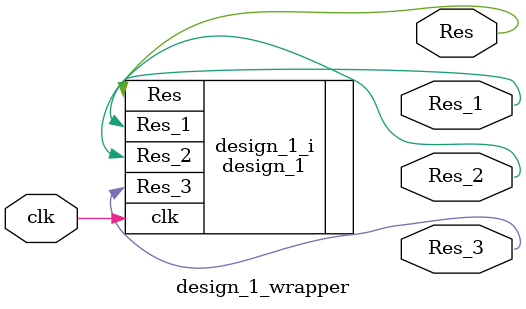
<source format=v>
`timescale 1 ps / 1 ps

module design_1_wrapper
   (Res,
    Res_1,
    Res_2,
    Res_3,
    clk);
  output [0:0]Res;
  output [0:0]Res_1;
  output [0:0]Res_2;
  output [0:0]Res_3;
  input clk;

  wire [0:0]Res;
  wire [0:0]Res_1;
  wire [0:0]Res_2;
  wire [0:0]Res_3;
  wire clk;

  design_1 design_1_i
       (.Res(Res),
        .Res_1(Res_1),
        .Res_2(Res_2),
        .Res_3(Res_3),
        .clk(clk));
endmodule

</source>
